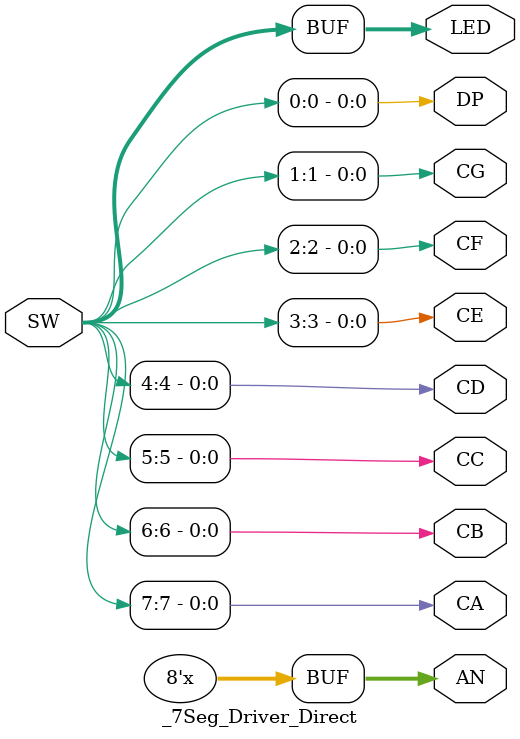
<source format=v>
module _7Seg_Driver_Direct(SW, CA, CB, CC, CD, CE, CF, CG, DP, AN, LED);
	input [15:0] SW;   // 16位拨动开关
	output CA, CB, CC, CD, CE, CF, CG, DP;  // 7段数码管驱动，低电平有效
	output [7:0] AN;// 7段数码管片选信号，低电平有效
	output [15:0] LED;   // 16位LED显示，高电平有效

    assign {CA,CB,CC,CD,CE,CF,CG,DP} = SW[7:0];
    assign AN[7:0] = sw[15:8];
    assign LED[15:0] = SW[15:0];
endmodule

</source>
